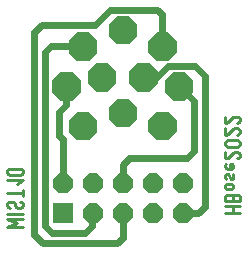
<source format=gbr>
%FSLAX34Y34*%
%MOMM*%
%LNCOPPER_BOTTOM*%
G71*
G01*
%ADD10C,0.238*%
%ADD11C,0.600*%
%LPD*%
G36*
X121741Y-29480D02*
X114721Y-36500D01*
X104761Y-36500D01*
X97741Y-29480D01*
X97741Y-19520D01*
X104761Y-12500D01*
X114721Y-12500D01*
X121741Y-19520D01*
X121741Y-29480D01*
G37*
G36*
X88160Y-33449D02*
X88160Y-43376D01*
X81117Y-50419D01*
X71190Y-50419D01*
X64147Y-43376D01*
X64147Y-33449D01*
X71190Y-26406D01*
X81117Y-26406D01*
X88160Y-33449D01*
G37*
G36*
X67221Y-60000D02*
X74241Y-67020D01*
X74241Y-76980D01*
X67221Y-84000D01*
X57261Y-84000D01*
X50241Y-76980D01*
X50241Y-67020D01*
X57261Y-60000D01*
X67221Y-60000D01*
G37*
G36*
X71190Y-93581D02*
X81117Y-93581D01*
X88160Y-100624D01*
X88160Y-110551D01*
X81117Y-117594D01*
X71190Y-117594D01*
X64147Y-110551D01*
X64147Y-100624D01*
X71190Y-93581D01*
G37*
G36*
X131322Y-110551D02*
X131322Y-100624D01*
X138365Y-93581D01*
X148292Y-93581D01*
X155335Y-100624D01*
X155335Y-110551D01*
X148292Y-117594D01*
X138365Y-117594D01*
X131322Y-110551D01*
G37*
G36*
X152261Y-84000D02*
X145241Y-76980D01*
X145241Y-67020D01*
X152261Y-60000D01*
X162221Y-60000D01*
X169241Y-67020D01*
X169241Y-76980D01*
X162221Y-84000D01*
X152261Y-84000D01*
G37*
G36*
X148292Y-50419D02*
X138365Y-50419D01*
X131322Y-43376D01*
X131322Y-33449D01*
X138365Y-26406D01*
X148292Y-26406D01*
X155335Y-33449D01*
X155335Y-43376D01*
X148292Y-50419D01*
G37*
G36*
X115234Y-69331D02*
X115234Y-59403D01*
X122277Y-52360D01*
X132205Y-52360D01*
X139248Y-59403D01*
X139248Y-69331D01*
X132205Y-76374D01*
X122277Y-76374D01*
X115234Y-69331D01*
G37*
G36*
X80234Y-69331D02*
X80234Y-59403D01*
X87277Y-52360D01*
X97205Y-52360D01*
X104248Y-59403D01*
X104248Y-69331D01*
X97205Y-76374D01*
X87277Y-76374D01*
X80234Y-69331D01*
G37*
G36*
X97734Y-99642D02*
X97734Y-89714D01*
X104777Y-82671D01*
X114705Y-82671D01*
X121748Y-89714D01*
X121748Y-99642D01*
X114705Y-106685D01*
X104777Y-106685D01*
X97734Y-99642D01*
G37*
G36*
X164128Y-145500D02*
X169100Y-150472D01*
X169100Y-157528D01*
X164128Y-162500D01*
X157072Y-162500D01*
X152100Y-157528D01*
X152100Y-150472D01*
X157072Y-145500D01*
X164128Y-145500D01*
G37*
G36*
X164128Y-170900D02*
X169100Y-175872D01*
X169100Y-182928D01*
X164128Y-187900D01*
X157072Y-187900D01*
X152100Y-182928D01*
X152100Y-175872D01*
X157072Y-170900D01*
X164128Y-170900D01*
G37*
G36*
X138728Y-145500D02*
X143700Y-150472D01*
X143700Y-157528D01*
X138728Y-162500D01*
X131672Y-162500D01*
X126700Y-157528D01*
X126700Y-150472D01*
X131672Y-145500D01*
X138728Y-145500D01*
G37*
G36*
X138728Y-170900D02*
X143700Y-175872D01*
X143700Y-182928D01*
X138728Y-187900D01*
X131672Y-187900D01*
X126700Y-182928D01*
X126700Y-175872D01*
X131672Y-170900D01*
X138728Y-170900D01*
G37*
G36*
X113328Y-145500D02*
X118300Y-150472D01*
X118300Y-157528D01*
X113328Y-162500D01*
X106272Y-162500D01*
X101300Y-157528D01*
X101300Y-150472D01*
X106272Y-145500D01*
X113328Y-145500D01*
G37*
G36*
X113328Y-170900D02*
X118300Y-175872D01*
X118300Y-182928D01*
X113328Y-187900D01*
X106272Y-187900D01*
X101300Y-182928D01*
X101300Y-175872D01*
X106272Y-170900D01*
X113328Y-170900D01*
G37*
G36*
X87928Y-145500D02*
X92900Y-150472D01*
X92900Y-157528D01*
X87928Y-162500D01*
X80872Y-162500D01*
X75900Y-157528D01*
X75900Y-150472D01*
X80872Y-145500D01*
X87928Y-145500D01*
G37*
G36*
X87928Y-170900D02*
X92900Y-175872D01*
X92900Y-182928D01*
X87928Y-187900D01*
X80872Y-187900D01*
X75900Y-182928D01*
X75900Y-175872D01*
X80872Y-170900D01*
X87928Y-170900D01*
G37*
G36*
X62528Y-145500D02*
X67500Y-150472D01*
X67500Y-157528D01*
X62528Y-162500D01*
X55472Y-162500D01*
X50500Y-157528D01*
X50500Y-150472D01*
X55472Y-145500D01*
X62528Y-145500D01*
G37*
G36*
X67500Y-170900D02*
X67500Y-187900D01*
X50500Y-187900D01*
X50500Y-170900D01*
X67500Y-170900D01*
G37*
G54D10*
X196000Y-179000D02*
X209333Y-179000D01*
G54D10*
X196000Y-173667D02*
X209333Y-173667D01*
G54D10*
X202667Y-179000D02*
X202667Y-173667D01*
G54D10*
X196000Y-169000D02*
X209333Y-169000D01*
X209333Y-165667D01*
X208500Y-164333D01*
X206833Y-163667D01*
X205167Y-163667D01*
X203500Y-164333D01*
X202667Y-165667D01*
X201833Y-164333D01*
X200167Y-163667D01*
X198500Y-163667D01*
X196833Y-164333D01*
X196000Y-165667D01*
X196000Y-169000D01*
G54D10*
X202667Y-169000D02*
X202667Y-165667D01*
G54D10*
X198000Y-155000D02*
X201333Y-155000D01*
X203000Y-155667D01*
X203500Y-157000D01*
X203000Y-158333D01*
X201333Y-159000D01*
X198000Y-159000D01*
X196333Y-158333D01*
X196000Y-157000D01*
X196333Y-155667D01*
X198000Y-155000D01*
G54D10*
X196833Y-150333D02*
X196000Y-149000D01*
X196000Y-147666D01*
X196833Y-146333D01*
X198500Y-146333D01*
X199333Y-147000D01*
X200167Y-149666D01*
X201000Y-150333D01*
X202667Y-150333D01*
X203500Y-149000D01*
X203500Y-147666D01*
X202667Y-146333D01*
G54D10*
X196833Y-137666D02*
X196000Y-138733D01*
X196000Y-140066D01*
X196833Y-141399D01*
X198500Y-141666D01*
X201333Y-141666D01*
X203000Y-140999D01*
X203500Y-139666D01*
X203000Y-138333D01*
X201833Y-137666D01*
X200167Y-137666D01*
X200167Y-141666D01*
G54D10*
X196000Y-127666D02*
X196000Y-132999D01*
X196833Y-132999D01*
X198500Y-132332D01*
X203500Y-128332D01*
X205167Y-127666D01*
X206833Y-127666D01*
X208500Y-128332D01*
X209333Y-129666D01*
X209333Y-130999D01*
X208500Y-132332D01*
X206833Y-132999D01*
G54D10*
X206833Y-117666D02*
X198500Y-117666D01*
X196833Y-118332D01*
X196000Y-119666D01*
X196000Y-120999D01*
X196833Y-122332D01*
X198500Y-122999D01*
X206833Y-122999D01*
X208500Y-122332D01*
X209333Y-120999D01*
X209333Y-119666D01*
X208500Y-118332D01*
X206833Y-117666D01*
G54D10*
X196000Y-107666D02*
X196000Y-112999D01*
X196833Y-112999D01*
X198500Y-112332D01*
X203500Y-108332D01*
X205167Y-107666D01*
X206833Y-107666D01*
X208500Y-108332D01*
X209333Y-109666D01*
X209333Y-110999D01*
X208500Y-112332D01*
X206833Y-112999D01*
G54D10*
X196000Y-97666D02*
X196000Y-102999D01*
X196833Y-102999D01*
X198500Y-102332D01*
X203500Y-98332D01*
X205167Y-97666D01*
X206833Y-97666D01*
X208500Y-98332D01*
X209333Y-99666D01*
X209333Y-100999D01*
X208500Y-102332D01*
X206833Y-102999D01*
G54D10*
X25333Y-191000D02*
X12000Y-191000D01*
X20333Y-187667D01*
X12000Y-184333D01*
X25333Y-184333D01*
G54D10*
X12000Y-179666D02*
X25333Y-179666D01*
G54D10*
X14500Y-174999D02*
X12833Y-174332D01*
X12000Y-172999D01*
X12000Y-171666D01*
X12833Y-170332D01*
X14500Y-169666D01*
X16167Y-169666D01*
X17833Y-170332D01*
X18667Y-171666D01*
X18667Y-172999D01*
X19500Y-174332D01*
X21167Y-174999D01*
X22833Y-174999D01*
X24500Y-174332D01*
X25333Y-172999D01*
X25333Y-171666D01*
X24500Y-170332D01*
X22833Y-169666D01*
G54D10*
X12000Y-162332D02*
X25333Y-162332D01*
G54D10*
X25333Y-164999D02*
X25333Y-159666D01*
G54D10*
X20333Y-154999D02*
X25333Y-151666D01*
X12000Y-151666D01*
G54D10*
X22833Y-141666D02*
X14500Y-141666D01*
X12833Y-142332D01*
X12000Y-143666D01*
X12000Y-144999D01*
X12833Y-146332D01*
X14500Y-146999D01*
X22833Y-146999D01*
X24500Y-146332D01*
X25333Y-144999D01*
X25333Y-143666D01*
X24500Y-142332D01*
X22833Y-141666D01*
G54D11*
X84000Y-179000D02*
X84000Y-190000D01*
X78000Y-196000D01*
X50000Y-196000D01*
X44000Y-190000D01*
X44000Y-43000D01*
X49000Y-38000D01*
X76000Y-38000D01*
G54D11*
X59000Y-154000D02*
X59000Y-117000D01*
X56000Y-114000D01*
X56000Y-94000D01*
X62000Y-88000D01*
X62000Y-72241D01*
X62241Y-72000D01*
G54D11*
X109800Y-154000D02*
X109800Y-138200D01*
X115000Y-133000D01*
X164000Y-133000D01*
X170000Y-127000D01*
X170000Y-84759D01*
X157241Y-72000D01*
G54D11*
X162600Y-179400D02*
X173600Y-179400D01*
X179000Y-174000D01*
X179000Y-63000D01*
X171000Y-55000D01*
X148000Y-55000D01*
X139000Y-64000D01*
X129608Y-64000D01*
X129241Y-64367D01*
G54D11*
X109800Y-179400D02*
X109800Y-200200D01*
X105000Y-205000D01*
X42000Y-205000D01*
X35000Y-198000D01*
X35000Y-26000D01*
X41000Y-20000D01*
X86000Y-20000D01*
X99000Y-7000D01*
X139000Y-7000D01*
X143000Y-11000D01*
X143000Y-38084D01*
X143329Y-38412D01*
M02*

</source>
